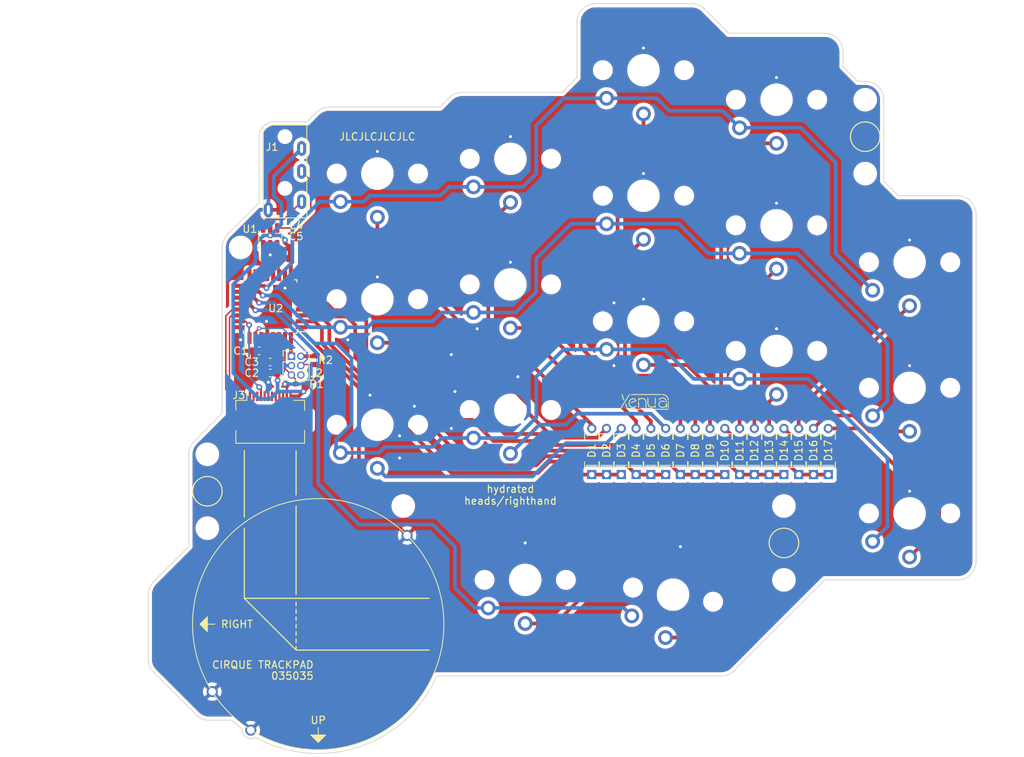
<source format=kicad_pcb>
(kicad_pcb (version 20211014) (generator pcbnew)

  (general
    (thickness 1.6)
  )

  (paper "A4")
  (layers
    (0 "F.Cu" signal)
    (31 "B.Cu" signal)
    (32 "B.Adhes" user "B.Adhesive")
    (33 "F.Adhes" user "F.Adhesive")
    (34 "B.Paste" user)
    (35 "F.Paste" user)
    (36 "B.SilkS" user "B.Silkscreen")
    (37 "F.SilkS" user "F.Silkscreen")
    (38 "B.Mask" user)
    (39 "F.Mask" user)
    (40 "Dwgs.User" user "User.Drawings")
    (41 "Cmts.User" user "User.Comments")
    (42 "Eco1.User" user "User.Eco1")
    (43 "Eco2.User" user "User.Eco2")
    (44 "Edge.Cuts" user)
    (45 "Margin" user)
    (46 "B.CrtYd" user "B.Courtyard")
    (47 "F.CrtYd" user "F.Courtyard")
    (48 "B.Fab" user)
    (49 "F.Fab" user)
    (50 "User.1" user)
    (51 "User.2" user)
    (52 "User.3" user)
    (53 "User.4" user)
    (54 "User.5" user)
    (55 "User.6" user)
    (56 "User.7" user)
    (57 "User.8" user)
    (58 "User.9" user)
  )

  (setup
    (stackup
      (layer "F.SilkS" (type "Top Silk Screen"))
      (layer "F.Paste" (type "Top Solder Paste"))
      (layer "F.Mask" (type "Top Solder Mask") (thickness 0.01))
      (layer "F.Cu" (type "copper") (thickness 0.035))
      (layer "dielectric 1" (type "core") (thickness 1.51) (material "FR4") (epsilon_r 4.5) (loss_tangent 0.02))
      (layer "B.Cu" (type "copper") (thickness 0.035))
      (layer "B.Mask" (type "Bottom Solder Mask") (thickness 0.01))
      (layer "B.Paste" (type "Bottom Solder Paste"))
      (layer "B.SilkS" (type "Bottom Silk Screen"))
      (copper_finish "None")
      (dielectric_constraints no)
    )
    (pad_to_mask_clearance 0)
    (pcbplotparams
      (layerselection 0x00010fc_ffffffff)
      (disableapertmacros false)
      (usegerberextensions false)
      (usegerberattributes true)
      (usegerberadvancedattributes true)
      (creategerberjobfile true)
      (svguseinch false)
      (svgprecision 6)
      (excludeedgelayer true)
      (plotframeref false)
      (viasonmask false)
      (mode 1)
      (useauxorigin false)
      (hpglpennumber 1)
      (hpglpenspeed 20)
      (hpglpendiameter 15.000000)
      (dxfpolygonmode true)
      (dxfimperialunits true)
      (dxfusepcbnewfont true)
      (psnegative false)
      (psa4output false)
      (plotreference true)
      (plotvalue true)
      (plotinvisibletext false)
      (sketchpadsonfab false)
      (subtractmaskfromsilk false)
      (outputformat 1)
      (mirror false)
      (drillshape 1)
      (scaleselection 1)
      (outputdirectory "")
    )
  )

  (net 0 "")
  (net 1 "GND")
  (net 2 "Net-(C1-Pad2)")
  (net 3 "+3V3")
  (net 4 "/SWDIO")
  (net 5 "/RST")
  (net 6 "/SWCLK")
  (net 7 "unconnected-(J2-Pad6)")
  (net 8 "/TRACK_SDA")
  (net 9 "/TRACK_SCL")
  (net 10 "/TRACK_BTN1")
  (net 11 "/TRACK_BTN3")
  (net 12 "/TRACK_BTN2")
  (net 13 "/TRACK_COPI")
  (net 14 "/TRACK_DATA_READY")
  (net 15 "/TRACK_CS")
  (net 16 "/TRACK_CIPO")
  (net 17 "/TRACK_SCK")
  (net 18 "/SCL")
  (net 19 "/SDA")
  (net 20 "Net-(J1-PadR2)")
  (net 21 "Net-(J1-PadR1)")
  (net 22 "C_PINKY")
  (net 23 "unconnected-(U2-Pad6)")
  (net 24 "unconnected-(U2-Pad7)")
  (net 25 "unconnected-(U2-Pad8)")
  (net 26 "R_TOP")
  (net 27 "R_HOME")
  (net 28 "R_BOTTOM")
  (net 29 "R_THUMB")
  (net 30 "C_INNER")
  (net 31 "C_INDEX")
  (net 32 "C_MIDDLE")
  (net 33 "C_RING")
  (net 34 "unconnected-(U2-Pad24)")
  (net 35 "unconnected-(U2-Pad25)")
  (net 36 "unconnected-(U2-Pad27)")
  (net 37 "Net-(D1-Pad2)")
  (net 38 "Net-(D2-Pad2)")
  (net 39 "Net-(D3-Pad2)")
  (net 40 "Net-(D4-Pad2)")
  (net 41 "Net-(D5-Pad2)")
  (net 42 "Net-(D6-Pad2)")
  (net 43 "Net-(D7-Pad2)")
  (net 44 "Net-(D8-Pad2)")
  (net 45 "Net-(D9-Pad2)")
  (net 46 "Net-(D10-Pad2)")
  (net 47 "Net-(D11-Pad2)")
  (net 48 "Net-(D12-Pad2)")
  (net 49 "Net-(D13-Pad2)")
  (net 50 "Net-(D14-Pad2)")
  (net 51 "Net-(D15-Pad2)")
  (net 52 "Net-(D16-Pad2)")
  (net 53 "Net-(D17-Pad2)")
  (net 54 "unconnected-(U2-Pad13)")
  (net 55 "unconnected-(U2-Pad14)")
  (net 56 "unconnected-(U2-Pad15)")
  (net 57 "unconnected-(U2-Pad16)")

  (footprint "Capacitor_SMD:C_0603_1608Metric_Pad1.08x0.95mm_HandSolder" (layer "F.Cu") (at 55.5 116.5 180))

  (footprint "MountingHole:MountingHole_2.2mm_M2_DIN965" (layer "F.Cu") (at 136 91))

  (footprint "mbk:Choc-1u-solder" (layer "F.Cu") (at 106 94))

  (footprint "Capacitor_SMD:C_0603_1608Metric_Pad1.08x0.95mm_HandSolder" (layer "F.Cu") (at 59 102.5))

  (footprint "mbk:Choc-1u-solder" (layer "F.Cu") (at 124 81))

  (footprint "1N4148:DIOAD829W49L456D191" (layer "F.Cu") (at 105 128.5 90))

  (footprint "mbk:Choc-1u-solder" (layer "F.Cu") (at 70 91))

  (footprint "1N4148:DIOAD829W49L456D191" (layer "F.Cu") (at 107 128.5 90))

  (footprint "Package_TO_SOT_SMD:SOT-23-6" (layer "F.Cu") (at 55.5 99.5 90))

  (footprint "1N4148:DIOAD829W49L456D191" (layer "F.Cu") (at 111 128.5 90))

  (footprint "Resistor_SMD:R_0402_1005Metric_Pad0.72x0.64mm_HandSolder" (layer "F.Cu") (at 59.5 119.5 180))

  (footprint "1N4148:DIOAD829W49L456D191" (layer "F.Cu") (at 99 128.5 90))

  (footprint "cirque:cirque_TM035035" (layer "F.Cu") (at 62 152 180))

  (footprint "mbk:Choc-1u-solder" (layer "F.Cu") (at 124 98))

  (footprint "1N4148:DIOAD829W49L456D191" (layer "F.Cu") (at 127 128.5 90))

  (footprint "1N4148:DIOAD829W49L456D191" (layer "F.Cu") (at 125 128.5 90))

  (footprint "mbk:Choc-1u-solder" (layer "F.Cu") (at 88 106))

  (footprint "MountingHole:MountingHole_2.2mm_M2_DIN965" (layer "F.Cu") (at 136 81))

  (footprint "1N4148:DIOAD829W49L456D191" (layer "F.Cu") (at 117 128.5 90))

  (footprint "1N4148:DIOAD829W49L456D191" (layer "F.Cu") (at 109 128.5 90))

  (footprint "mbk:Choc-1u-solder" (layer "F.Cu") (at 142 103))

  (footprint "pj320a:Jack_3.5mm_PJ320A_Horizontal" (layer "F.Cu") (at 57.5 86 -90))

  (footprint "mbk:Choc-1u-solder" (layer "F.Cu") (at 142 137))

  (footprint "mbk:Choc-1u-solder" (layer "F.Cu") (at 124 115))

  (footprint "Connector_FFC-FPC:Hirose_FH12-12S-0.5SH_1x12-1MP_P0.50mm_Horizontal" (layer "F.Cu") (at 55.5 123))

  (footprint "1N4148:DIOAD829W49L456D191" (layer "F.Cu") (at 113 128.5 90))

  (footprint "1N4148:DIOAD829W49L456D191" (layer "F.Cu") (at 115 128.5 90))

  (footprint "mbk:Choc-1u-solder" (layer "F.Cu") (at 88 89))

  (footprint "Capacitor_SMD:C_0603_1608Metric_Pad1.08x0.95mm_HandSolder" (layer "F.Cu") (at 59 101))

  (footprint "xenua:sig" (layer "F.Cu") (at 102.845 122.905167))

  (footprint "MountingHole:MountingHole_2.2mm_M2_DIN965" (layer "F.Cu") (at 125 136))

  (footprint "mbk:Choc-1u-solder" (layer "F.Cu") (at 106 111))

  (footprint "MountingHole:MountingHole_2.2mm_M2_DIN965" (layer "F.Cu") (at 51.5 101))

  (footprint "1N4148:DIOAD829W49L456D191" (layer "F.Cu") (at 103 128.5 90))

  (footprint "MountingHole:MountingHole_2.2mm_M2_DIN965" (layer "F.Cu") (at 47 139))

  (footprint "1N4148:DIOAD829W49L456D191" (layer "F.Cu") (at 131 128.5 90))

  (footprint "Connector_PinHeader_1.27mm:PinHeader_2x03_P1.27mm_Vertical" (layer "F.Cu") (at 58.375 115.725))

  (footprint "mbk:Choc-1u-solder" (layer "F.Cu") (at 142 120))

  (footprint "Capacitor_SMD:C_0603_1608Metric_Pad1.08x0.95mm_HandSolder" (layer "F.Cu") (at 54 115))

  (footprint "MountingHole:MountingHole_2.2mm_M2_DIN965" (layer "F.Cu") (at 125 146))

  (footprint "mbk:Choc-1u-solder" (layer "F.Cu") (at 88 123))

  (footprint "mbk:Choc-1u-solder" (layer "F.Cu") (at 110 148 -10))

  (footprint "1N4148:DIOAD829W49L456D191" (layer "F.Cu") (at 121 128.5 90))

  (footprint "1N4148:DIOAD829W49L456D191" (layer "F.Cu") (at 119 128.5 90))

  (footprint "mbk:Choc-1u-solder" (layer "F.Cu") (at 70 108))

  (footprint "1N4148:DIOAD829W49L456D191" (layer "F.Cu") (at 101 128.5 90))

  (footprint "Resistor_SMD:R_0402_1005Metric_Pad0.72x0.64mm_HandSolder" (layer "F.Cu") (at 61.5 116.25 90))

  (footprint "Package_QFP:TQFP-32_7x7mm_P0.8mm" (layer "F.Cu")
    (tedit 5A02F146) (tstamp ca98b832-42d9-48ef-b0f0-8a38fadade53)
    (at 55.5 109 180)
    (descr "32-Lead Plastic Thin Quad Flatpack (PT) - 7x7x1.0 mm Body, 2.00 mm [TQFP] (see Microchip Packaging Specification 00000049BS.pdf)")
    (tags "QFP 0.8")
    (property "Sheetfile" "righthand.kicad_sch")
    (property "Sheetname" "")
    (path "/cd05dc71-d59b-4335-902d-fe9d6feaeb4a")
    (attr smd)
    (fp_text reference "U2" (at -0.75 -0.25) (layer "F.SilkS")
      (effects (font (size 1 1) (thickness 0.15)))
      (tstamp 7380e8af-0da0-4d19-b97a-3db74afed84b)
    )
    (fp_text value "ATSAMD21E17D-A" (at 0 6.05) (layer "F.Fab")
      (effects (font (size 1 1) (thickness 0.15)))
      (tstamp f2253836-2d9b-40d1-8286-5de307be6bb5)
    )
    (fp_text user "${REFERENCE}" (at 0 0) (layer "F.Fab")
      (effects (font (size 1 1) (thickness 0.15)))
      (tstamp ff516df4-8762-493a-bfa9-d109ded985f2)
    )
    (fp_line (start -3.625 3.625) (end -3.625 3.3) (layer "F.SilkS") (width 0.15) (tstamp 163a52c9-5b76-408e-9e8d-b1d727f1e5eb))
    (fp_line (start -3.625 -3.4) (end -5.05 -3.4) (layer "F.SilkS") (width 0.15) (tstamp 4694337d-87f2-4001-9a42-3ac5af7174f1))
    (fp_line (start -3.625 -3.625) (end -3.625 -3.4) (layer "F.SilkS") (width 0.15) (tstamp 47cb438f-2cfc-49d4-b243-896fd33c4f28))
    (fp_line (start 3.625 3.625) (end 3.3 3.625) (layer "F.SilkS") (width 0.15) (tstamp 875bddaa-a6a5-4d05-aa4e-f34cad246fdd))
    (fp_line (start -3.625 3.625) (end -3.3 3.625) (layer "F.SilkS") (width 0.15) (tstamp abbb76e5-e303-4551-abef-6360b634a66e))
    (fp_line (start -3.625 -3.625) (end -3.3 -3.625) (layer "F.SilkS") (width 0.15) (tstamp b86e3cce-ec47-4e60-ad5f-0c88bb84273a))
    (fp_line (start 3.625 -3.625) (end 3.3 -3.625) (layer "F.SilkS") (width 0.15) (tstamp bd51819b-f5a4-4341-9885-d60fd4aa7ac5))
    (fp_line (start 3.625 -3.625) (end 3.625 -3.3) (layer "F.SilkS") (width 0.15) (tstamp d5bef497-bc4d-4dbe-99cb-e4b3a4c01e3f))
    (fp_line (start 3.625 3.625) (end 3.625 3.3) (layer "F.SilkS") (width 0.15) (tstamp d8527688-0a5f-4213-b379-755ddb37619d))
    (fp_line (start -5.3 -5.3) (end 5.3 -5.3) (layer "F.CrtYd") (width 0.05) (tstamp 075e0099-43cc-4e57-801b-810418507ddf))
    (fp_line (start -5.3 5.3) (end 5.3 5.3) (layer "F.CrtYd") (width 0.05) (tstamp 20f4c3c6-d0c7-4e28-b603-453c6a1d75b5))
    (fp_line (start 5.3 -5.3) (end 5.3 5.3) (layer "F.CrtYd") (width 0.05) (tstamp 2133e340-0ea5-497f-be25-7d4b6d30df2c))
    (fp_line (start -5.3 -5.3) (end -5.3 5.3) (layer "F.CrtYd") (width 0.05) (tstamp cc26b4de-d661-424c-883c-1a8ced1f8768))
    (fp_line (start 3.5 -3.5) (end 3.5 3.5) (layer "F.Fab") (width 0.15) (tstamp 0ab6f123-2f7f-4459-9959-f610555e9965))
    (fp_line (start -3.5 3.5) (end -3.5 -2.5) (layer "F.Fab") (width 0.15) (tstamp 5f53635a-7790-49ef-a708-d89dbdce66ff))
    (fp_line (start 3.5 3.5) (end -3.5 3.5) (layer "F.Fab") (width 0.15) (tstamp 6e1700cd-cad7-4c73-a404-c7fdf714574e))
    (fp_line (start -3.5 -2.5) (end -2.5 -3.5) (layer "F.Fab") (width 0.15) (tstamp a4b2c316-8378-48ff-9099-c95542d4d444))
    (fp_line (start -2.5 -3.5) (end 3.5 -3.5) (layer "F.Fab") (width 0.15) (tstamp fa371ff8-e6fb-4463-8f56-ac49214cf9cf))
    (pad "1" smd rect (at -4.25 -2.8 180) (size 1.6 0.55) (layers "F.Cu" "F.Paste" "F.Mask")
      (net 30 "C_INNER") (pinfunction "PA00") (pintype "bidirectional") (tstamp de6c64d1-4ece-4a3f-aa19-c7141c9b1d34))
    (pad "2" smd rect (at -4.25 -2 180) (size 1.6 0.55) (layers "F.Cu" "F.Paste" "F.Mask")
      (net 31 "C_INDEX") (pinfunction "PA01") (pintype "bidirectional") (tstamp 84b5f244-dacb-46d0-b787-6a3c3e03a9e9))
    (pad "3" smd rect (at -4.25 -1.2 180) (size 1.6 0.55) (layers "F.Cu" "F.Paste" "F.Mask")
      (net 32 "C_MIDDLE") (pinfunction "PA02") (pintype "bidirectional") (tstamp 5597da75-39fc-4d77-89f2-21aa5ef8ba8f))
    (pad "4" smd rect (at -4.25 -0.4 180) (size 1.6 0.55) (layers "F.Cu" "F.Paste" "F.Mask")
      (net 33 "C_RING") (pinfunction "PA03") (pintype "bidirectional") (tstamp 209cde5c-0bb3-411e-b329-e93397c704e0))
    (pad "5" smd rect (at -4.25 0.4 180) (size 1.6 0.55) (layers "F.Cu" "F.Paste" "F.Mask")
      (net 22 "C_PINKY") (pinfunction "PA04") (pintype "bidirectional") (tstamp b82ab260-9cf7-4a11-a443-5d402a27af23))
    (pad "6" smd rect (at -4.25 1.2 180) (size 1.6 0.55) (layers "F.Cu" "F.Paste" "F.Mask")
      (net 23 "unconnected-(U2-Pad6)") (pinfunction "PA05") (pintype "bidirectional") (tstamp 179c24d1-7126-42bf-97a3-780c05bb1910))
    (pad "7" smd rect (at -4.25 2 180) (size 1.6 0.55) (layers "F.Cu" "F.Paste" "F.Mask")
      (net 24 "unconnected-(U2-Pad7)") (pinfunction "PA06") (pintype "bidirectional") (tstamp d5c4fb86-56b1-4f06-b04a-6b003385b76a))
    (pad "8" smd rect (at -4.25 2.8 180) (size 1.6 0.55) (layers "F.Cu" "F.Paste" "F.Mask")
      (net 25 "unconnected-(U2-Pad8)") (pinfunction "PA07") (pintype "bidirectional") (tstamp 05a71337-cddb-4d9a-b7ab-112952ceb99b))
    (pad "9" smd rect (at -2.8 4.25 270) (size 1.6 0.55) (layers "F.Cu" "F.Paste" "F.Mask")
      (net 
... [1195310 chars truncated]
</source>
